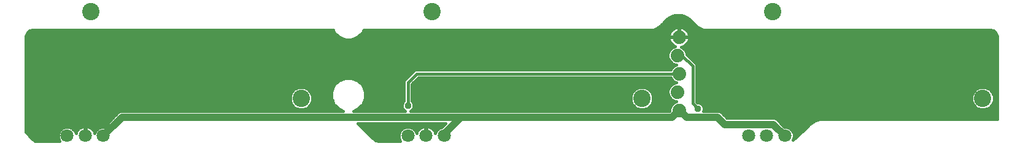
<source format=gbl>
G75*
%MOIN*%
%OFA0B0*%
%FSLAX24Y24*%
%IPPOS*%
%LPD*%
%AMOC8*
5,1,8,0,0,1.08239X$1,22.5*
%
%ADD10C,0.0709*%
%ADD11C,0.0945*%
%ADD12C,0.0740*%
%ADD13C,0.0160*%
%ADD14C,0.0376*%
%ADD15C,0.0400*%
D10*
X004762Y001479D03*
X005746Y001479D03*
X006730Y001479D03*
X023266Y001479D03*
X024250Y001479D03*
X025234Y001479D03*
X041770Y001479D03*
X042754Y001479D03*
X043738Y001479D03*
D11*
X035982Y003526D03*
X017478Y003526D03*
X024565Y008251D03*
X006061Y008251D03*
X043069Y008251D03*
X054486Y003526D03*
D12*
X038001Y002873D03*
X037901Y003873D03*
X038001Y004873D03*
X037901Y005873D03*
X038001Y006873D03*
D13*
X002959Y001245D02*
X002896Y001308D01*
X002518Y001686D01*
X002518Y006873D01*
X002524Y006941D01*
X002541Y007008D01*
X002570Y007070D01*
X002610Y007126D01*
X002658Y007175D01*
X002715Y007214D01*
X002777Y007243D01*
X002843Y007261D01*
X002911Y007267D01*
X019206Y007267D01*
X019258Y007140D01*
X019517Y006881D01*
X019855Y006741D01*
X020220Y006741D01*
X020558Y006881D01*
X020816Y007140D01*
X020869Y007267D01*
X037617Y007267D01*
X037581Y007231D01*
X037530Y007161D01*
X037491Y007084D01*
X037464Y007002D01*
X037451Y006916D01*
X037451Y006893D01*
X037981Y006893D01*
X037981Y007423D01*
X037957Y007423D01*
X037872Y007409D01*
X037790Y007383D01*
X037712Y007343D01*
X037642Y007292D01*
X037581Y007231D01*
X037530Y007161D01*
X037491Y007084D01*
X037464Y007002D01*
X037451Y006916D01*
X037451Y006893D01*
X037981Y006893D01*
X038021Y006893D01*
X038551Y006893D01*
X038551Y006916D01*
X038537Y007002D01*
X038510Y007084D01*
X038471Y007161D01*
X038420Y007231D01*
X038359Y007292D01*
X038289Y007343D01*
X038212Y007383D01*
X038130Y007409D01*
X038044Y007423D01*
X038021Y007423D01*
X038021Y006893D01*
X038021Y006853D01*
X038551Y006853D01*
X038551Y006830D01*
X038537Y006744D01*
X038510Y006662D01*
X038471Y006585D01*
X038420Y006515D01*
X038385Y006479D01*
X039919Y006479D01*
X039919Y007267D01*
X039458Y007267D01*
X039335Y007276D01*
X039215Y007305D01*
X039101Y007352D01*
X038995Y007417D01*
X038901Y007497D01*
X038575Y007823D01*
X038481Y007904D01*
X038376Y007968D01*
X038262Y008015D01*
X038141Y008044D01*
X038018Y008054D01*
X037883Y008054D01*
X037760Y008044D01*
X037640Y008015D01*
X037526Y007968D01*
X037420Y007904D01*
X037326Y007823D01*
X037000Y007497D01*
X036906Y007417D01*
X036801Y007352D01*
X036687Y007305D01*
X036567Y007276D01*
X036443Y007267D01*
X035982Y007267D01*
X035982Y006479D01*
X037617Y006479D01*
X037581Y006515D01*
X037530Y006585D01*
X037491Y006662D01*
X037464Y006744D01*
X037451Y006830D01*
X037451Y006853D01*
X037981Y006853D01*
X037981Y006893D01*
X037981Y006853D01*
X037451Y006853D01*
X037451Y006830D01*
X037464Y006744D01*
X037491Y006662D01*
X037530Y006585D01*
X037581Y006515D01*
X037642Y006453D01*
X037712Y006403D01*
X037773Y006372D01*
X037612Y006305D01*
X037468Y006162D01*
X037391Y005974D01*
X037391Y005771D01*
X037468Y005584D01*
X037612Y005441D01*
X037799Y005363D01*
X037851Y005363D01*
X037712Y005305D01*
X037568Y005162D01*
X037540Y005093D01*
X023655Y005093D01*
X023046Y004484D01*
X023046Y003377D01*
X022988Y003319D01*
X022938Y003198D01*
X022938Y003067D01*
X022988Y002947D01*
X023080Y002855D01*
X023108Y002843D01*
X020313Y002843D01*
X020558Y002944D01*
X020816Y003203D01*
X020956Y003541D01*
X020956Y003906D01*
X020816Y004244D01*
X020558Y004502D01*
X020220Y004642D01*
X019855Y004642D01*
X019517Y004502D01*
X019258Y004244D01*
X019118Y003906D01*
X019118Y003541D01*
X019258Y003203D01*
X019517Y002944D01*
X019762Y002843D01*
X007686Y002843D01*
X007561Y002791D01*
X006744Y001974D01*
X006632Y001974D01*
X006450Y001898D01*
X006311Y001759D01*
X006258Y001632D01*
X006241Y001684D01*
X006203Y001759D01*
X006154Y001827D01*
X006094Y001887D01*
X006026Y001936D01*
X005951Y001974D01*
X005871Y002000D01*
X005788Y002014D01*
X005784Y002014D01*
X005784Y001517D01*
X005708Y001517D01*
X005708Y002014D01*
X005704Y002014D01*
X005621Y002000D01*
X005541Y001974D01*
X005466Y001936D01*
X005398Y001887D01*
X005338Y001827D01*
X005289Y001759D01*
X005251Y001684D01*
X005234Y001632D01*
X005181Y001759D01*
X005042Y001898D01*
X004860Y001974D01*
X004663Y001974D01*
X004482Y001898D01*
X004343Y001759D01*
X004267Y001578D01*
X004267Y001381D01*
X004343Y001199D01*
X004344Y001197D01*
X003074Y001197D01*
X003042Y001201D01*
X002983Y001225D01*
X002959Y001245D01*
X003025Y001208D02*
X004339Y001208D01*
X004273Y001366D02*
X002838Y001366D01*
X002679Y001525D02*
X004267Y001525D01*
X004311Y001683D02*
X002521Y001683D01*
X002518Y001842D02*
X004425Y001842D01*
X005098Y001842D02*
X005353Y001842D01*
X005250Y001683D02*
X005212Y001683D01*
X005708Y001683D02*
X005784Y001683D01*
X005784Y001525D02*
X005708Y001525D01*
X006242Y001683D02*
X006280Y001683D01*
X006394Y001842D02*
X006139Y001842D01*
X005784Y001842D02*
X005708Y001842D01*
X005708Y002000D02*
X005784Y002000D01*
X005872Y002000D02*
X006770Y002000D01*
X006929Y002159D02*
X002518Y002159D01*
X002518Y002000D02*
X005620Y002000D01*
X007087Y002317D02*
X002518Y002317D01*
X002518Y002476D02*
X007246Y002476D01*
X007404Y002634D02*
X002518Y002634D01*
X002518Y002793D02*
X007565Y002793D01*
X002518Y002951D02*
X017267Y002951D01*
X017356Y002914D02*
X017600Y002914D01*
X017825Y003007D01*
X017997Y003180D01*
X018091Y003405D01*
X018091Y003648D01*
X017997Y003873D01*
X017825Y004046D01*
X017600Y004139D01*
X017356Y004139D01*
X017131Y004046D01*
X016959Y003873D01*
X016866Y003648D01*
X016866Y003405D01*
X016959Y003180D01*
X017131Y003007D01*
X017356Y002914D01*
X017690Y002951D02*
X019510Y002951D01*
X019351Y003110D02*
X017928Y003110D01*
X017029Y003110D02*
X002518Y003110D01*
X002518Y003268D02*
X016922Y003268D01*
X016866Y003427D02*
X002518Y003427D01*
X002518Y003585D02*
X016866Y003585D01*
X016905Y003744D02*
X002518Y003744D01*
X002518Y003902D02*
X016988Y003902D01*
X017969Y003902D02*
X019118Y003902D01*
X019118Y003744D02*
X018051Y003744D01*
X018091Y003585D02*
X019118Y003585D01*
X019165Y003427D02*
X018091Y003427D01*
X018034Y003268D02*
X019231Y003268D01*
X020565Y002951D02*
X022986Y002951D01*
X022938Y003110D02*
X020723Y003110D01*
X020844Y003268D02*
X022967Y003268D01*
X023046Y003427D02*
X020909Y003427D01*
X020956Y003585D02*
X023046Y003585D01*
X023486Y003585D02*
X035370Y003585D01*
X035370Y003648D02*
X035370Y003405D01*
X035463Y003180D01*
X035635Y003007D01*
X035860Y002914D01*
X036104Y002914D01*
X036329Y003007D01*
X036501Y003180D01*
X036595Y003405D01*
X036595Y003648D01*
X036501Y003873D01*
X036329Y004046D01*
X036104Y004139D01*
X035860Y004139D01*
X035635Y004046D01*
X035463Y003873D01*
X035370Y003648D01*
X035409Y003744D02*
X023486Y003744D01*
X023486Y003902D02*
X035492Y003902D01*
X035672Y004061D02*
X023486Y004061D01*
X023486Y004219D02*
X037526Y004219D01*
X037468Y004162D02*
X037391Y003974D01*
X037391Y003771D01*
X037468Y003584D01*
X037612Y003441D01*
X037799Y003363D01*
X037851Y003363D01*
X037712Y003305D01*
X037568Y003162D01*
X037491Y002974D01*
X037491Y002844D01*
X037490Y002843D01*
X023423Y002843D01*
X023452Y002855D01*
X023544Y002947D01*
X023594Y003067D01*
X023594Y003198D01*
X023544Y003319D01*
X023486Y003377D01*
X023486Y004301D01*
X023837Y004653D01*
X037540Y004653D01*
X037568Y004584D01*
X037712Y004441D01*
X037851Y004383D01*
X037799Y004383D01*
X037612Y004305D01*
X037468Y004162D01*
X037426Y004061D02*
X036293Y004061D01*
X036473Y003902D02*
X037391Y003902D01*
X037402Y003744D02*
X036555Y003744D01*
X036595Y003585D02*
X037468Y003585D01*
X037645Y003427D02*
X036595Y003427D01*
X036538Y003268D02*
X037675Y003268D01*
X037547Y003110D02*
X036432Y003110D01*
X036194Y002951D02*
X037491Y002951D01*
X038738Y003251D02*
X039014Y002975D01*
X039314Y002843D02*
X039342Y002910D01*
X039342Y003041D01*
X039292Y003161D01*
X039200Y003253D01*
X039079Y003303D01*
X038997Y003303D01*
X038958Y003342D01*
X038958Y005389D01*
X038829Y005518D01*
X038411Y005937D01*
X038411Y005974D01*
X038333Y006162D01*
X038190Y006305D01*
X038119Y006335D01*
X038130Y006336D01*
X038212Y006363D01*
X038289Y006403D01*
X038359Y006453D01*
X038420Y006515D01*
X038471Y006585D01*
X038510Y006662D01*
X038537Y006744D01*
X038551Y006830D01*
X038551Y006853D01*
X038021Y006853D01*
X038021Y006893D01*
X038551Y006893D01*
X038551Y006916D01*
X038537Y007002D01*
X038510Y007084D01*
X038471Y007161D01*
X038420Y007231D01*
X038385Y007267D01*
X054880Y007267D01*
X054948Y007261D01*
X055015Y007243D01*
X055077Y007214D01*
X055133Y007175D01*
X055181Y007126D01*
X055221Y007070D01*
X055250Y007008D01*
X055268Y006941D01*
X055274Y006873D01*
X055274Y002379D01*
X045623Y002379D01*
X045364Y002309D01*
X045132Y002175D01*
X045038Y002081D01*
X045038Y002081D01*
X045000Y002043D01*
X044384Y001427D01*
X044318Y001361D01*
X044263Y001313D01*
X044186Y001268D01*
X044232Y001381D01*
X044232Y001578D01*
X044157Y001759D01*
X044018Y001898D01*
X043836Y001974D01*
X043725Y001974D01*
X043301Y002397D01*
X043176Y002449D01*
X040611Y002449D01*
X040269Y002791D01*
X040144Y002843D01*
X039314Y002843D01*
X039342Y002951D02*
X054275Y002951D01*
X054364Y002914D02*
X054608Y002914D01*
X054833Y003007D01*
X055005Y003180D01*
X055099Y003405D01*
X055099Y003648D01*
X055005Y003873D01*
X054833Y004046D01*
X054608Y004139D01*
X054364Y004139D01*
X054139Y004046D01*
X053967Y003873D01*
X053874Y003648D01*
X053874Y003405D01*
X053967Y003180D01*
X054139Y003007D01*
X054364Y002914D01*
X054698Y002951D02*
X055274Y002951D01*
X055274Y002793D02*
X040265Y002793D01*
X040426Y002634D02*
X055274Y002634D01*
X055274Y002476D02*
X040585Y002476D01*
X039313Y003110D02*
X054037Y003110D01*
X054936Y003110D02*
X055274Y003110D01*
X055274Y003268D02*
X055042Y003268D01*
X055099Y003427D02*
X055274Y003427D01*
X055274Y003585D02*
X055099Y003585D01*
X055059Y003744D02*
X055274Y003744D01*
X055274Y003902D02*
X054977Y003902D01*
X053996Y003902D02*
X038958Y003902D01*
X038958Y003744D02*
X053913Y003744D01*
X053874Y003585D02*
X038958Y003585D01*
X038958Y003427D02*
X053874Y003427D01*
X053930Y003268D02*
X039164Y003268D01*
X038738Y003251D02*
X038738Y005298D01*
X038163Y005873D01*
X037901Y005873D01*
X037391Y005804D02*
X002518Y005804D01*
X002518Y005963D02*
X037391Y005963D01*
X037452Y006121D02*
X002518Y006121D01*
X002518Y006280D02*
X037586Y006280D01*
X037663Y006438D02*
X002518Y006438D01*
X002518Y006597D02*
X037524Y006597D01*
X035982Y006597D01*
X035982Y006755D02*
X037463Y006755D01*
X020254Y006755D01*
X020590Y006914D02*
X037451Y006914D01*
X035982Y006914D01*
X035982Y007072D02*
X037487Y007072D01*
X020749Y007072D01*
X020854Y007231D02*
X037581Y007231D01*
X035982Y007231D01*
X036861Y007389D02*
X037810Y007389D01*
X037981Y007389D02*
X038021Y007389D01*
X038021Y007231D02*
X037981Y007231D01*
X037981Y007072D02*
X038021Y007072D01*
X038421Y007231D02*
X039919Y007231D01*
X039919Y007072D02*
X038514Y007072D01*
X055219Y007072D01*
X055041Y007231D02*
X038421Y007231D01*
X038192Y007389D02*
X039040Y007389D01*
X038851Y007548D02*
X037051Y007548D01*
X037209Y007706D02*
X038692Y007706D01*
X038527Y007865D02*
X037375Y007865D01*
X037672Y008023D02*
X038229Y008023D01*
X038021Y006914D02*
X037981Y006914D01*
X038551Y006914D02*
X039919Y006914D01*
X039919Y006755D02*
X038539Y006755D01*
X055274Y006755D01*
X055270Y006914D02*
X038551Y006914D01*
X038477Y006597D02*
X039919Y006597D01*
X038477Y006597D02*
X055274Y006597D01*
X055274Y006438D02*
X038338Y006438D01*
X038215Y006280D02*
X055274Y006280D01*
X055274Y006121D02*
X038350Y006121D01*
X038411Y005963D02*
X055274Y005963D01*
X055274Y005804D02*
X038543Y005804D01*
X038702Y005646D02*
X055274Y005646D01*
X055274Y005487D02*
X038860Y005487D01*
X038958Y005329D02*
X055274Y005329D01*
X055274Y005170D02*
X038958Y005170D01*
X038958Y005012D02*
X055274Y005012D01*
X055274Y004853D02*
X038958Y004853D01*
X038958Y004695D02*
X055274Y004695D01*
X055274Y004536D02*
X038958Y004536D01*
X038958Y004378D02*
X055274Y004378D01*
X055274Y004219D02*
X038958Y004219D01*
X038958Y004061D02*
X054176Y004061D01*
X054797Y004061D02*
X055274Y004061D01*
X045394Y002317D02*
X043381Y002317D01*
X043539Y002159D02*
X045116Y002159D01*
X045132Y002175D02*
X045132Y002175D01*
X044957Y002000D02*
X043698Y002000D01*
X044075Y001842D02*
X044799Y001842D01*
X044640Y001683D02*
X044189Y001683D01*
X044232Y001525D02*
X044482Y001525D01*
X044323Y001366D02*
X044226Y001366D01*
X045364Y002309D02*
X045364Y002309D01*
X035771Y002951D02*
X023546Y002951D01*
X023594Y003110D02*
X035533Y003110D01*
X035426Y003268D02*
X023565Y003268D01*
X023486Y003427D02*
X035370Y003427D01*
X037787Y004378D02*
X023562Y004378D01*
X023266Y004393D02*
X023746Y004873D01*
X038001Y004873D01*
X037577Y005170D02*
X002518Y005170D01*
X002518Y005012D02*
X023574Y005012D01*
X023415Y004853D02*
X002518Y004853D01*
X002518Y004695D02*
X023257Y004695D01*
X023098Y004536D02*
X020476Y004536D01*
X019598Y004536D02*
X002518Y004536D01*
X002518Y004378D02*
X019392Y004378D01*
X019248Y004219D02*
X002518Y004219D01*
X002518Y004061D02*
X017168Y004061D01*
X017789Y004061D02*
X019182Y004061D01*
X020683Y004378D02*
X023046Y004378D01*
X023046Y004219D02*
X020827Y004219D01*
X020892Y004061D02*
X023046Y004061D01*
X023046Y003902D02*
X020956Y003902D01*
X020956Y003744D02*
X023046Y003744D01*
X023266Y003133D02*
X023266Y004393D01*
X023720Y004536D02*
X037616Y004536D01*
X037768Y005329D02*
X002518Y005329D01*
X002518Y005487D02*
X037565Y005487D01*
X037443Y005646D02*
X002518Y005646D01*
X002518Y006755D02*
X019821Y006755D01*
X019484Y006914D02*
X002521Y006914D01*
X002572Y007072D02*
X019326Y007072D01*
X019221Y007231D02*
X002751Y007231D01*
X020545Y002163D02*
X025319Y002163D01*
X025125Y001969D01*
X024954Y001898D01*
X024815Y001759D01*
X024762Y001632D01*
X024745Y001684D01*
X024707Y001759D01*
X024657Y001827D01*
X024598Y001887D01*
X024530Y001936D01*
X024455Y001974D01*
X024375Y002000D01*
X024292Y002014D01*
X024288Y002014D01*
X024288Y001517D01*
X024212Y001517D01*
X024212Y002014D01*
X024208Y002014D01*
X024125Y002000D01*
X024045Y001974D01*
X023970Y001936D01*
X023902Y001887D01*
X023842Y001827D01*
X023793Y001759D01*
X023755Y001684D01*
X023738Y001632D01*
X023685Y001759D01*
X023546Y001898D01*
X023364Y001974D01*
X023167Y001974D01*
X022986Y001898D01*
X022847Y001759D01*
X022771Y001578D01*
X022771Y001381D01*
X022847Y001199D01*
X022848Y001197D01*
X021741Y001197D01*
X021669Y001202D01*
X021528Y001240D01*
X021402Y001313D01*
X021347Y001361D01*
X021280Y001428D01*
X020689Y002019D01*
X020627Y002081D01*
X020545Y002163D01*
X020549Y002159D02*
X025315Y002159D01*
X025156Y002000D02*
X024376Y002000D01*
X024288Y002000D02*
X024212Y002000D01*
X024124Y002000D02*
X020708Y002000D01*
X020866Y001842D02*
X022929Y001842D01*
X022815Y001683D02*
X021025Y001683D01*
X021183Y001525D02*
X022771Y001525D01*
X022777Y001366D02*
X021342Y001366D01*
X021648Y001208D02*
X022843Y001208D01*
X024212Y001525D02*
X024288Y001525D01*
X024288Y001683D02*
X024212Y001683D01*
X024212Y001842D02*
X024288Y001842D01*
X024643Y001842D02*
X024898Y001842D01*
X024784Y001683D02*
X024745Y001683D01*
X023857Y001842D02*
X023602Y001842D01*
X023716Y001683D02*
X023754Y001683D01*
D14*
X023266Y003133D03*
X022203Y003133D03*
X025746Y003133D03*
X029289Y003133D03*
X033226Y003133D03*
X036770Y003330D03*
X039014Y002975D03*
X041100Y003330D03*
X046612Y002542D03*
X049368Y002542D03*
X054880Y002542D03*
X054880Y004904D03*
X051337Y004904D03*
X044250Y004904D03*
X040707Y004904D03*
X034211Y004314D03*
X031258Y004314D03*
X027715Y004314D03*
X024959Y004314D03*
X022596Y004314D03*
X018659Y003330D03*
X010785Y003330D03*
X006455Y002503D03*
X005392Y002503D03*
X003699Y002542D03*
X003699Y004904D03*
X007242Y004904D03*
X014329Y004904D03*
X012360Y007070D03*
X008817Y007070D03*
X005667Y007070D03*
X017478Y007070D03*
X022596Y007070D03*
X027715Y007070D03*
X031258Y007070D03*
X035785Y007070D03*
X042675Y007070D03*
X046612Y007070D03*
X049368Y007070D03*
X053305Y007070D03*
X033226Y005692D03*
X025746Y005692D03*
D15*
X037631Y002503D02*
X038001Y002873D01*
X038053Y002873D01*
X038423Y002503D01*
X040077Y002503D01*
X040470Y002109D01*
X043108Y002109D01*
X043738Y001479D01*
X037631Y002503D02*
X026140Y002503D01*
X025234Y001597D01*
X025234Y001479D01*
X026140Y002503D02*
X007754Y002503D01*
X006730Y001479D01*
M02*

</source>
